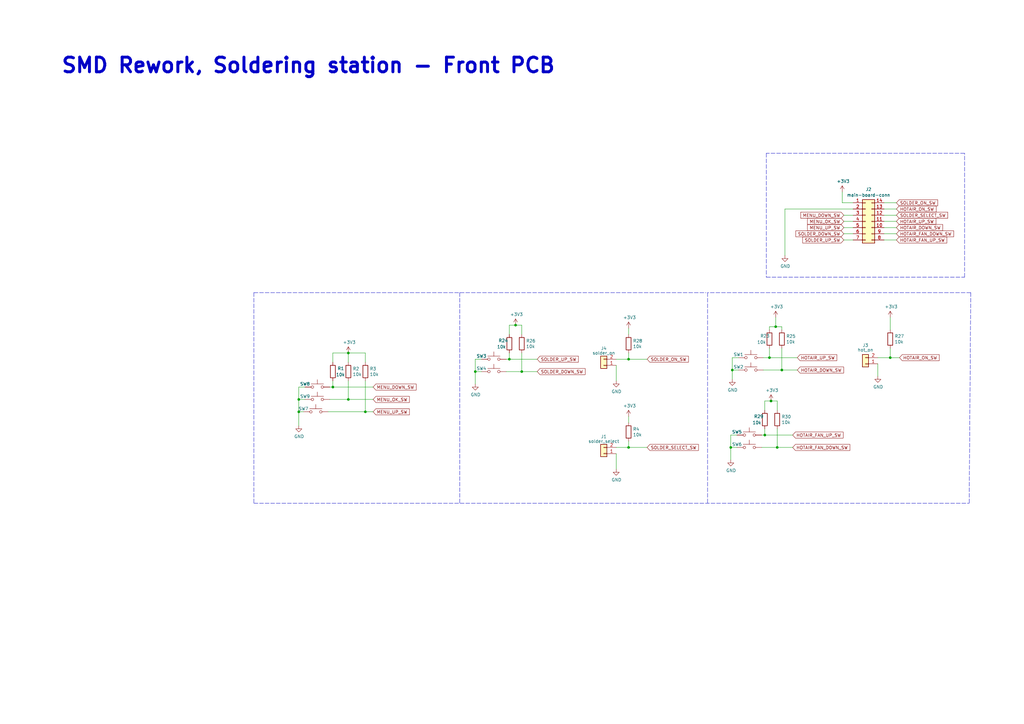
<source format=kicad_sch>
(kicad_sch (version 20211123) (generator eeschema)
  (paper "A3")
  (lib_symbols
    (symbol "Connector_Generic:Conn_01x02" (pin_names (offset 1.016) hide)
      (property "Reference" "J" (at 0 2.54 0))
      (property "Value" "Conn_01x02" (at 0 -5.08 0))
      (symbol "Conn_01x02_1_1"
        (rectangle (start -1.27 -2.413) (end 0 -2.667) (stroke (width 0.1524)))
        (rectangle (start -1.27 0.127) (end 0 -0.127) (stroke (width 0.1524)))
        (rectangle (start -1.27 1.27) (end 1.27 -3.81) (stroke (width 0.254)) (fill (type background)))
        (pin passive line (at -5.08 0 0) (length 3.81) (name "Pin_1") (number "1"))
        (pin passive line (at -5.08 -2.54 0) (length 3.81) (name "Pin_2") (number "2"))
      )
    )
    (symbol "Connector_Generic:Conn_02x07_Counter_Clockwise" (pin_names (offset 1.016) hide)
      (property "Reference" "J" (at 1.27 10.16 0))
      (property "Value" "Conn_02x07_Counter_Clockwise" (at 1.27 -10.16 0))
      (symbol "Conn_02x07_Counter_Clockwise_1_1"
        (rectangle (start -1.27 -7.493) (end 0 -7.747) (stroke (width 0.1524)))
        (rectangle (start -1.27 -4.953) (end 0 -5.207) (stroke (width 0.1524)))
        (rectangle (start -1.27 -2.413) (end 0 -2.667) (stroke (width 0.1524)))
        (rectangle (start -1.27 0.127) (end 0 -0.127) (stroke (width 0.1524)))
        (rectangle (start -1.27 2.667) (end 0 2.413) (stroke (width 0.1524)))
        (rectangle (start -1.27 5.207) (end 0 4.953) (stroke (width 0.1524)))
        (rectangle (start -1.27 7.747) (end 0 7.493) (stroke (width 0.1524)))
        (rectangle (start -1.27 8.89) (end 3.81 -8.89) (stroke (width 0.254)) (fill (type background)))
        (rectangle (start 3.81 -7.493) (end 2.54 -7.747) (stroke (width 0.1524)))
        (rectangle (start 3.81 -4.953) (end 2.54 -5.207) (stroke (width 0.1524)))
        (rectangle (start 3.81 -2.413) (end 2.54 -2.667) (stroke (width 0.1524)))
        (rectangle (start 3.81 0.127) (end 2.54 -0.127) (stroke (width 0.1524)))
        (rectangle (start 3.81 2.667) (end 2.54 2.413) (stroke (width 0.1524)))
        (rectangle (start 3.81 5.207) (end 2.54 4.953) (stroke (width 0.1524)))
        (rectangle (start 3.81 7.747) (end 2.54 7.493) (stroke (width 0.1524)))
        (pin passive line (at -5.08 7.62 0) (length 3.81) (name "Pin_1") (number "1"))
        (pin passive line (at 7.62 -2.54 180) (length 3.81) (name "Pin_10") (number "10"))
        (pin passive line (at 7.62 0 180) (length 3.81) (name "Pin_11") (number "11"))
        (pin passive line (at 7.62 2.54 180) (length 3.81) (name "Pin_12") (number "12"))
        (pin passive line (at 7.62 5.08 180) (length 3.81) (name "Pin_13") (number "13"))
        (pin passive line (at 7.62 7.62 180) (length 3.81) (name "Pin_14") (number "14"))
        (pin passive line (at -5.08 5.08 0) (length 3.81) (name "Pin_2") (number "2"))
        (pin passive line (at -5.08 2.54 0) (length 3.81) (name "Pin_3") (number "3"))
        (pin passive line (at -5.08 0 0) (length 3.81) (name "Pin_4") (number "4"))
        (pin passive line (at -5.08 -2.54 0) (length 3.81) (name "Pin_5") (number "5"))
        (pin passive line (at -5.08 -5.08 0) (length 3.81) (name "Pin_6") (number "6"))
        (pin passive line (at -5.08 -7.62 0) (length 3.81) (name "Pin_7") (number "7"))
        (pin passive line (at 7.62 -7.62 180) (length 3.81) (name "Pin_8") (number "8"))
        (pin passive line (at 7.62 -5.08 180) (length 3.81) (name "Pin_9") (number "9"))
      )
    )
    (symbol "Device:R" (pin_numbers hide) (pin_names (offset 0))
      (property "Reference" "R" (at 2.032 0 90))
      (property "Value" "R" (at 0 0 90))
      (symbol "R_0_1"
        (rectangle (start -1.016 -2.54) (end 1.016 2.54) (stroke (width 0.254)))
      )
      (symbol "R_1_1"
        (pin passive line (at 0 3.81 270) (length 1.27) (name "~") (number "1"))
        (pin passive line (at 0 -3.81 90) (length 1.27) (name "~") (number "2"))
      )
    )
    (symbol "Switch:SW_Push" (pin_numbers hide) (pin_names (offset 1.016) hide)
      (property "Reference" "SW" (at 1.27 2.54 0))
      (property "Value" "SW_Push" (at 0 -1.524 0))
      (symbol "SW_Push_0_1"
        (circle (center -2.032 0) (radius 0.508))
        (polyline (pts (xy 0 1.27) (xy 0 3.048)))
        (polyline (pts (xy 2.54 1.27) (xy -2.54 1.27)))
        (circle (center 2.032 0) (radius 0.508))
        (pin passive line (at -5.08 0 0) (length 2.54) (name "1") (number "1"))
        (pin passive line (at 5.08 0 180) (length 2.54) (name "2") (number "2"))
      )
    )
    (symbol "power:+3.3V" (power) (pin_names (offset 0))
      (property "Value" "+3.3V" (at 0 3.556 0))
      (symbol "+3.3V_0_1"
        (polyline (pts (xy -0.762 1.27) (xy 0 2.54)))
        (polyline (pts (xy 0 0) (xy 0 2.54)))
        (polyline (pts (xy 0 2.54) (xy 0.762 1.27)))
      )
      (symbol "+3.3V_1_1"
        (pin power_in line (at 0 0 90) (length 0) hide (name "+3V3") (number "1"))
      )
    )
    (symbol "power:GND" (power) (pin_names (offset 0))
      (property "Value" "GND" (at 0 -3.81 0))
      (symbol "GND_0_1"
        (polyline (pts (xy 0 0) (xy 0 -1.27) (xy 1.27 -1.27) (xy 0 -2.54) (xy -1.27 -1.27) (xy 0 -1.27)))
      )
      (symbol "GND_1_1"
        (pin power_in line (at 0 0 270) (length 0) hide (name "GND") (number "1"))
      )
    )
  )
  (junction (at 316.23 164.465))
  (junction (at 142.875 144.78))
  (junction (at 313.69 178.435))
  (junction (at 213.995 152.4))
  (junction (at 211.455 133.35))
  (junction (at 194.945 152.4))
  (junction (at 149.86 168.91))
  (junction (at 122.555 163.83))
  (junction (at 208.915 147.32))
  (junction (at 318.135 133.985))
  (junction (at 122.555 168.91))
  (junction (at 365.125 146.685))
  (junction (at 318.77 183.515))
  (junction (at 142.875 163.83))
  (junction (at 320.675 151.765))
  (junction (at 299.72 183.515))
  (junction (at 315.595 146.685))
  (junction (at 257.81 147.32))
  (junction (at 257.81 183.515))
  (junction (at 300.355 151.765))
  (junction (at 136.525 158.75))
  (wire (pts (xy 320.675 151.765) (xy 320.675 142.875)))
  (wire (pts (xy 153.035 163.83) (xy 142.875 163.83)))
  (polyline (pts (xy 398.145 120.015) (xy 397.51 206.375)))
  (wire (pts (xy 320.675 151.765) (xy 327.025 151.765)))
  (wire (pts (xy 345.44 78.74) (xy 345.44 83.185)))
  (wire (pts (xy 149.86 168.91) (xy 134.62 168.91)))
  (wire (pts (xy 312.42 178.435) (xy 313.69 178.435)))
  (wire (pts (xy 257.81 137.16) (xy 257.81 134.62)))
  (wire (pts (xy 213.995 133.35) (xy 213.995 137.16)))
  (wire (pts (xy 208.915 133.35) (xy 211.455 133.35)))
  (wire (pts (xy 122.555 163.83) (xy 122.555 168.91)))
  (polyline (pts (xy 188.595 120.015) (xy 188.595 206.375)))
  (wire (pts (xy 135.255 163.83) (xy 142.875 163.83)))
  (wire (pts (xy 367.665 85.725) (xy 362.585 85.725)))
  (wire (pts (xy 349.885 88.265) (xy 346.075 88.265)))
  (wire (pts (xy 346.075 90.805) (xy 349.885 90.805)))
  (wire (pts (xy 302.26 178.435) (xy 299.72 178.435)))
  (wire (pts (xy 257.81 173.355) (xy 257.81 170.815)))
  (wire (pts (xy 252.73 156.21) (xy 252.73 149.86)))
  (wire (pts (xy 211.455 133.35) (xy 213.995 133.35)))
  (wire (pts (xy 208.915 137.16) (xy 208.915 133.35)))
  (wire (pts (xy 365.125 130.175) (xy 365.125 135.255)))
  (wire (pts (xy 302.895 146.685) (xy 300.355 146.685)))
  (wire (pts (xy 213.995 152.4) (xy 213.995 144.78)))
  (wire (pts (xy 316.23 164.465) (xy 318.77 164.465)))
  (wire (pts (xy 313.055 146.685) (xy 315.595 146.685)))
  (wire (pts (xy 367.665 88.265) (xy 362.585 88.265)))
  (wire (pts (xy 142.875 163.83) (xy 142.875 156.21)))
  (wire (pts (xy 367.665 93.345) (xy 362.585 93.345)))
  (wire (pts (xy 122.555 158.75) (xy 122.555 163.83)))
  (wire (pts (xy 320.675 135.255) (xy 320.675 133.985)))
  (wire (pts (xy 125.095 158.75) (xy 122.555 158.75)))
  (polyline (pts (xy 395.605 62.865) (xy 314.325 62.865)))
  (wire (pts (xy 299.72 178.435) (xy 299.72 183.515)))
  (wire (pts (xy 122.555 168.91) (xy 122.555 174.625)))
  (wire (pts (xy 153.035 158.75) (xy 136.525 158.75)))
  (wire (pts (xy 313.69 168.275) (xy 313.69 164.465)))
  (wire (pts (xy 149.86 156.21) (xy 149.86 168.91)))
  (wire (pts (xy 313.055 151.765) (xy 320.675 151.765)))
  (wire (pts (xy 136.525 158.75) (xy 136.525 156.21)))
  (wire (pts (xy 318.77 164.465) (xy 318.77 168.275)))
  (wire (pts (xy 125.095 163.83) (xy 122.555 163.83)))
  (polyline (pts (xy 172.72 365.125) (xy 171.45 365.125)))
  (wire (pts (xy 318.135 130.175) (xy 318.135 133.985)))
  (wire (pts (xy 349.885 83.185) (xy 345.44 83.185)))
  (wire (pts (xy 197.485 147.32) (xy 194.945 147.32)))
  (wire (pts (xy 362.585 98.425) (xy 367.665 98.425)))
  (wire (pts (xy 197.485 152.4) (xy 194.945 152.4)))
  (wire (pts (xy 136.525 148.59) (xy 136.525 144.78)))
  (wire (pts (xy 313.69 178.435) (xy 313.69 175.895)))
  (wire (pts (xy 318.77 183.515) (xy 318.77 175.895)))
  (wire (pts (xy 149.86 148.59) (xy 149.86 144.78)))
  (wire (pts (xy 124.46 168.91) (xy 122.555 168.91)))
  (wire (pts (xy 346.075 98.425) (xy 349.885 98.425)))
  (wire (pts (xy 257.81 183.515) (xy 265.43 183.515)))
  (wire (pts (xy 360.045 154.305) (xy 360.045 149.225)))
  (wire (pts (xy 302.26 183.515) (xy 299.72 183.515)))
  (wire (pts (xy 367.665 83.185) (xy 362.585 83.185)))
  (wire (pts (xy 312.42 183.515) (xy 318.77 183.515)))
  (wire (pts (xy 325.12 183.515) (xy 318.77 183.515)))
  (wire (pts (xy 365.125 146.685) (xy 365.125 142.875)))
  (wire (pts (xy 302.895 151.765) (xy 300.355 151.765)))
  (wire (pts (xy 315.595 133.985) (xy 315.595 135.255)))
  (wire (pts (xy 362.585 95.885) (xy 367.665 95.885)))
  (polyline (pts (xy 314.325 62.865) (xy 314.325 113.665)))
  (wire (pts (xy 368.935 146.685) (xy 365.125 146.685)))
  (wire (pts (xy 149.86 144.78) (xy 142.875 144.78)))
  (wire (pts (xy 315.595 146.685) (xy 315.595 142.875)))
  (wire (pts (xy 367.665 90.805) (xy 362.585 90.805)))
  (wire (pts (xy 257.81 147.32) (xy 265.43 147.32)))
  (polyline (pts (xy 290.195 120.015) (xy 290.195 206.375)))
  (wire (pts (xy 299.72 183.515) (xy 299.72 188.595)))
  (wire (pts (xy 300.355 155.575) (xy 300.355 151.765)))
  (wire (pts (xy 220.345 152.4) (xy 213.995 152.4)))
  (wire (pts (xy 208.915 147.32) (xy 208.915 144.78)))
  (polyline (pts (xy 398.145 120.015) (xy 290.195 120.015)))
  (wire (pts (xy 220.345 147.32) (xy 208.915 147.32)))
  (polyline (pts (xy 314.325 113.665) (xy 395.605 113.665)))
  (wire (pts (xy 318.135 133.985) (xy 315.595 133.985)))
  (wire (pts (xy 300.355 146.685) (xy 300.355 151.765)))
  (wire (pts (xy 257.81 147.32) (xy 257.81 144.78)))
  (wire (pts (xy 320.675 133.985) (xy 318.135 133.985)))
  (wire (pts (xy 149.86 168.91) (xy 153.035 168.91)))
  (wire (pts (xy 252.73 147.32) (xy 257.81 147.32)))
  (wire (pts (xy 349.885 85.725) (xy 321.945 85.725)))
  (wire (pts (xy 135.255 158.75) (xy 136.525 158.75)))
  (wire (pts (xy 313.69 164.465) (xy 316.23 164.465)))
  (wire (pts (xy 360.045 146.685) (xy 365.125 146.685)))
  (polyline (pts (xy 104.14 120.015) (xy 289.56 120.015)))
  (polyline (pts (xy 104.14 120.015) (xy 104.14 206.375)))
  (wire (pts (xy 315.595 146.685) (xy 327.025 146.685)))
  (wire (pts (xy 194.945 147.32) (xy 194.945 152.4)))
  (polyline (pts (xy 104.14 206.375) (xy 397.51 206.375)))
  (wire (pts (xy 252.73 192.405) (xy 252.73 186.055)))
  (wire (pts (xy 252.73 183.515) (xy 257.81 183.515)))
  (wire (pts (xy 142.875 144.78) (xy 142.875 148.59)))
  (wire (pts (xy 194.945 152.4) (xy 194.945 157.48)))
  (wire (pts (xy 207.645 152.4) (xy 213.995 152.4)))
  (wire (pts (xy 257.81 183.515) (xy 257.81 180.975)))
  (wire (pts (xy 136.525 144.78) (xy 142.875 144.78)))
  (wire (pts (xy 325.12 178.435) (xy 313.69 178.435)))
  (wire (pts (xy 207.645 147.32) (xy 208.915 147.32)))
  (wire (pts (xy 321.945 85.725) (xy 321.945 104.775)))
  (polyline (pts (xy 395.605 113.665) (xy 395.605 62.865)))
  (wire (pts (xy 349.885 93.345) (xy 346.075 93.345)))
  (wire (pts (xy 349.885 95.885) (xy 346.075 95.885)))
  (text "SMD Rework, Soldering station - Front PCB" (at 24.765 30.48 0) (effects (font (size 5.9944 5.9944) (thickness 1.1989) bold) (justify left bottom)))
  (global_label "SOLDER_UP_SW" (shape input) (at 220.345 147.32 0) (property "Intersheet References" "${INTERSHEET_REFS}" (effects hide)))
  (global_label "HOTAIR_FAN_DOWN_SW" (shape input) (at 325.12 183.515 0) (property "Intersheet References" "${INTERSHEET_REFS}" (effects hide)))
  (global_label "HOTAIR_FAN_DOWN_SW" (shape input) (at 367.665 95.885 0) (property "Intersheet References" "${INTERSHEET_REFS}" (effects hide)))
  (global_label "MENU_DOWN_SW" (shape input) (at 153.035 158.75 0) (property "Intersheet References" "${INTERSHEET_REFS}" (effects hide)))
  (global_label "HOTAIR_UP_SW" (shape input) (at 327.025 146.685 0) (property "Intersheet References" "${INTERSHEET_REFS}" (effects hide)))
  (global_label "SOLDER_ON_SW" (shape input) (at 367.665 83.185 0) (property "Intersheet References" "${INTERSHEET_REFS}" (effects hide)))
  (global_label "HOTAIR_ON_SW" (shape input) (at 367.665 85.725 0) (property "Intersheet References" "${INTERSHEET_REFS}" (effects hide)))
  (global_label "SOLDER_UP_SW" (shape input) (at 346.075 98.425 180) (property "Intersheet References" "${INTERSHEET_REFS}" (effects hide)))
  (global_label "HOTAIR_DOWN_SW" (shape input) (at 367.665 93.345 0) (property "Intersheet References" "${INTERSHEET_REFS}" (effects hide)))
  (global_label "MENU_OK_SW" (shape input) (at 153.035 163.83 0) (property "Intersheet References" "${INTERSHEET_REFS}" (effects hide)))
  (global_label "SOLDER_DOWN_SW" (shape input) (at 220.345 152.4 0) (property "Intersheet References" "${INTERSHEET_REFS}" (effects hide)))
  (global_label "SOLDER_DOWN_SW" (shape input) (at 346.075 95.885 180) (property "Intersheet References" "${INTERSHEET_REFS}" (effects hide)))
  (global_label "HOTAIR_FAN_UP_SW" (shape input) (at 325.12 178.435 0) (property "Intersheet References" "${INTERSHEET_REFS}" (effects hide)))
  (global_label "HOTAIR_DOWN_SW" (shape input) (at 327.025 151.765 0) (property "Intersheet References" "${INTERSHEET_REFS}" (effects hide)))
  (global_label "HOTAIR_UP_SW" (shape input) (at 367.665 90.805 0) (property "Intersheet References" "${INTERSHEET_REFS}" (effects hide)))
  (global_label "MENU_OK_SW" (shape input) (at 346.075 90.805 180) (property "Intersheet References" "${INTERSHEET_REFS}" (effects hide)))
  (global_label "HOTAIR_ON_SW" (shape input) (at 368.935 146.685 0) (property "Intersheet References" "${INTERSHEET_REFS}" (effects hide)))
  (global_label "HOTAIR_FAN_UP_SW" (shape input) (at 367.665 98.425 0) (property "Intersheet References" "${INTERSHEET_REFS}" (effects hide)))
  (global_label "MENU_UP_SW" (shape input) (at 346.075 93.345 180) (property "Intersheet References" "${INTERSHEET_REFS}" (effects hide)))
  (global_label "SOLDER_SELECT_SW" (shape input) (at 367.665 88.265 0) (property "Intersheet References" "${INTERSHEET_REFS}" (effects hide)))
  (global_label "SOLDER_ON_SW" (shape input) (at 265.43 147.32 0) (property "Intersheet References" "${INTERSHEET_REFS}" (effects hide)))
  (global_label "SOLDER_SELECT_SW" (shape input) (at 265.43 183.515 0) (property "Intersheet References" "${INTERSHEET_REFS}" (effects hide)))
  (global_label "MENU_DOWN_SW" (shape input) (at 346.075 88.265 180) (property "Intersheet References" "${INTERSHEET_REFS}" (effects hide)))
  (global_label "MENU_UP_SW" (shape input) (at 153.035 168.91 0) (property "Intersheet References" "${INTERSHEET_REFS}" (effects hide)))
  (symbol (lib_id "Switch:SW_Push") (at 307.975 146.685 0) (unit 1)
    (property "Reference" "SW1" (at 302.895 145.415 0))
    (property "Value" "HOTAIR_UP" (effects hide))
    (property "Footprint" "Switches:TACTILE_SWITCH_PTH_12MM" (effects hide))
  )
  (symbol (lib_id "Switch:SW_Push") (at 307.975 151.765 0) (unit 1)
    (property "Reference" "SW2" (at 302.895 150.495 0))
    (property "Value" "HOTAIR_DOWN" (effects hide))
    (property "Footprint" "Switches:TACTILE_SWITCH_PTH_12MM" (effects hide))
  )
  (symbol (lib_id "Switch:SW_Push") (at 202.565 147.32 0) (unit 1)
    (property "Reference" "SW3" (at 197.485 146.05 0))
    (property "Value" "SIRON_UP" (effects hide))
    (property "Footprint" "Switches:TACTILE_SWITCH_PTH_12MM" (effects hide))
  )
  (symbol (lib_id "Switch:SW_Push") (at 202.565 152.4 0) (unit 1)
    (property "Reference" "SW4" (at 197.485 151.13 0))
    (property "Value" "SIRON_DOWN" (effects hide))
    (property "Footprint" "Switches:TACTILE_SWITCH_PTH_12MM" (effects hide))
  )
  (symbol (lib_id "power:GND") (at 194.945 157.48 0) (unit 1)
    (property "Reference" "#PWR0101" (effects hide))
    (property "Value" "GND" (at 195.072 161.8742 0))
  )
  (symbol (lib_id "Connector_Generic:Conn_01x02") (at 247.65 149.86 180) (unit 1)
    (property "Reference" "J4" (at 247.65 142.875 0))
    (property "Value" "solder_on" (at 247.65 144.78 0))
    (property "Footprint" "Connector_PinHeader_2.54mm:PinHeader_1x02_P2.54mm_Vertical" (effects hide))
  )
  (symbol (lib_id "Connector_Generic:Conn_01x02") (at 354.965 149.225 180) (unit 1)
    (property "Reference" "J3" (at 354.965 141.605 0))
    (property "Value" "hot_on" (at 354.965 143.51 0))
    (property "Footprint" "Connector_PinHeader_2.54mm:PinHeader_1x02_P2.54mm_Vertical" (effects hide))
  )
  (symbol (lib_id "power:GND") (at 360.045 154.305 0) (unit 1)
    (property "Reference" "#PWR0102" (effects hide))
    (property "Value" "GND" (at 360.172 158.6992 0))
  )
  (symbol (lib_id "power:GND") (at 252.73 156.21 0) (unit 1)
    (property "Reference" "#PWR0103" (effects hide))
    (property "Value" "GND" (at 252.857 160.6042 0))
  )
  (symbol (lib_id "Device:R") (at 315.595 139.065 180) (unit 1)
    (property "Reference" "R23" (at 311.785 137.795 0) (effects (justify right)))
    (property "Value" "10k" (at 310.515 140.335 0) (effects (justify right)))
    (property "Footprint" "Capacitors:0805" (effects hide))
  )
  (symbol (lib_id "Device:R") (at 320.675 139.065 180) (unit 1)
    (property "Reference" "R25" (at 322.453 137.8966 0) (effects (justify right)))
    (property "Value" "10k" (at 322.453 140.208 0) (effects (justify right)))
    (property "Footprint" "Capacitors:0805" (effects hide))
  )
  (symbol (lib_id "Device:R") (at 208.915 140.97 180) (unit 1)
    (property "Reference" "R24" (at 204.47 139.7 0) (effects (justify right)))
    (property "Value" "10k" (at 203.835 142.24 0) (effects (justify right)))
    (property "Footprint" "Capacitors:0805" (effects hide))
  )
  (symbol (lib_id "Device:R") (at 213.995 140.97 180) (unit 1)
    (property "Reference" "R26" (at 215.773 139.8016 0) (effects (justify right)))
    (property "Value" "10k" (at 215.773 142.113 0) (effects (justify right)))
    (property "Footprint" "Capacitors:0805" (effects hide))
  )
  (symbol (lib_id "Device:R") (at 365.125 139.065 180) (unit 1)
    (property "Reference" "R27" (at 366.903 137.8966 0) (effects (justify right)))
    (property "Value" "10k" (at 366.903 140.208 0) (effects (justify right)))
    (property "Footprint" "Capacitors:0805" (effects hide))
  )
  (symbol (lib_id "Device:R") (at 257.81 140.97 180) (unit 1)
    (property "Reference" "R28" (at 259.588 139.8016 0) (effects (justify right)))
    (property "Value" "10k" (at 259.588 142.113 0) (effects (justify right)))
    (property "Footprint" "Capacitors:0805" (effects hide))
  )
  (symbol (lib_id "power:GND") (at 300.355 155.575 0) (unit 1)
    (property "Reference" "#PWR0104" (effects hide))
    (property "Value" "GND" (at 300.482 159.9692 0))
  )
  (symbol (lib_id "power:+3.3V") (at 318.135 130.175 0) (unit 1)
    (property "Reference" "#PWR0105" (effects hide))
    (property "Value" "+3.3V" (at 318.516 125.7808 0))
  )
  (symbol (lib_id "power:+3.3V") (at 365.125 130.175 0) (unit 1)
    (property "Reference" "#PWR0106" (effects hide))
    (property "Value" "+3.3V" (at 365.506 125.7808 0))
  )
  (symbol (lib_id "power:+3.3V") (at 257.81 134.62 0) (unit 1)
    (property "Reference" "#PWR0107" (effects hide))
    (property "Value" "+3.3V" (at 258.191 130.2258 0))
  )
  (symbol (lib_id "power:+3.3V") (at 211.455 133.35 0) (unit 1)
    (property "Reference" "#PWR0108" (effects hide))
    (property "Value" "+3.3V" (at 211.836 128.9558 0))
  )
  (symbol (lib_id "Connector_Generic:Conn_02x07_Counter_Clockwise") (at 354.965 90.805 0) (unit 1)
    (property "Reference" "J2" (at 356.235 77.6732 0))
    (property "Value" "main-board-conn" (at 356.235 80.01 0))
    (property "Footprint" "My-Footprints:Con-01x14" (effects hide))
  )
  (symbol (lib_id "power:+3.3V") (at 345.44 78.74 0) (unit 1)
    (property "Reference" "#PWR0115" (effects hide))
    (property "Value" "+3.3V" (at 345.821 74.3458 0))
  )
  (symbol (lib_id "Switch:SW_Push") (at 307.34 178.435 0) (unit 1)
    (property "Reference" "SW5" (at 302.26 177.165 0))
    (property "Value" "SIRON_UP" (effects hide))
    (property "Footprint" "Switches:TACTILE_SWITCH_PTH_12MM" (effects hide))
  )
  (symbol (lib_id "Switch:SW_Push") (at 307.34 183.515 0) (unit 1)
    (property "Reference" "SW6" (at 302.26 182.245 0))
    (property "Value" "SIRON_DOWN" (effects hide))
    (property "Footprint" "Switches:TACTILE_SWITCH_PTH_12MM" (effects hide))
  )
  (symbol (lib_id "power:GND") (at 299.72 188.595 0) (unit 1)
    (property "Reference" "#PWR0117" (effects hide))
    (property "Value" "GND" (at 299.847 192.9892 0))
  )
  (symbol (lib_id "Device:R") (at 313.69 172.085 180) (unit 1)
    (property "Reference" "R29" (at 309.245 170.815 0) (effects (justify right)))
    (property "Value" "10k" (at 308.61 173.355 0) (effects (justify right)))
    (property "Footprint" "Capacitors:0805" (effects hide))
  )
  (symbol (lib_id "Device:R") (at 318.77 172.085 180) (unit 1)
    (property "Reference" "R30" (at 320.548 170.9166 0) (effects (justify right)))
    (property "Value" "10k" (at 320.548 173.228 0) (effects (justify right)))
    (property "Footprint" "Capacitors:0805" (effects hide))
  )
  (symbol (lib_id "power:+3.3V") (at 316.23 164.465 0) (unit 1)
    (property "Reference" "#PWR0118" (effects hide))
    (property "Value" "+3.3V" (at 316.611 160.0708 0))
  )
  (symbol (lib_id "power:GND") (at 321.945 104.775 0) (unit 1)
    (property "Reference" "#PWR0114" (effects hide))
    (property "Value" "GND" (at 322.072 109.1692 0))
  )
  (symbol (lib_id "power:+3.3V") (at 142.875 144.78 0) (unit 1)
    (property "Reference" "#PWR0111" (effects hide))
    (property "Value" "+3.3V" (at 143.256 140.3858 0))
  )
  (symbol (lib_id "Device:R") (at 142.875 152.4 180) (unit 1)
    (property "Reference" "R2" (at 144.653 151.2316 0) (effects (justify right)))
    (property "Value" "10k" (at 144.653 153.543 0) (effects (justify right)))
    (property "Footprint" "Capacitors:0805" (effects hide))
  )
  (symbol (lib_id "Device:R") (at 136.525 152.4 180) (unit 1)
    (property "Reference" "R1" (at 138.43 151.13 0) (effects (justify right)))
    (property "Value" "10k" (at 137.795 153.67 0) (effects (justify right)))
    (property "Footprint" "Capacitors:0805" (effects hide))
  )
  (symbol (lib_id "power:GND") (at 122.555 174.625 0) (unit 1)
    (property "Reference" "#PWR0112" (effects hide))
    (property "Value" "GND" (at 122.682 179.0192 0))
  )
  (symbol (lib_id "Switch:SW_Push") (at 130.175 163.83 0) (unit 1)
    (property "Reference" "SW9" (at 125.095 162.56 0))
    (property "Value" "SIRON_DOWN" (effects hide))
    (property "Footprint" "Switches:TACTILE_SWITCH_PTH_12MM" (effects hide))
  )
  (symbol (lib_id "Switch:SW_Push") (at 130.175 158.75 0) (unit 1)
    (property "Reference" "SW8" (at 125.095 157.48 0))
    (property "Value" "SIRON_UP" (effects hide))
    (property "Footprint" "Switches:TACTILE_SWITCH_PTH_12MM" (effects hide))
  )
  (symbol (lib_id "Device:R") (at 149.86 152.4 180) (unit 1)
    (property "Reference" "R3" (at 151.638 151.2316 0) (effects (justify right)))
    (property "Value" "10k" (at 151.638 153.543 0) (effects (justify right)))
    (property "Footprint" "Capacitors:0805" (effects hide))
  )
  (symbol (lib_id "Switch:SW_Push") (at 129.54 168.91 0) (unit 1)
    (property "Reference" "SW7" (at 124.46 167.64 0))
    (property "Value" "SIRON_DOWN" (effects hide))
    (property "Footprint" "Switches:TACTILE_SWITCH_PTH_12MM" (effects hide))
  )
  (symbol (lib_id "power:+3.3V") (at 257.81 170.815 0) (unit 1)
    (property "Reference" "#PWR0110" (effects hide))
    (property "Value" "+3.3V" (at 258.191 166.4208 0))
  )
  (symbol (lib_id "Device:R") (at 257.81 177.165 180) (unit 1)
    (property "Reference" "R4" (at 259.588 175.9966 0) (effects (justify right)))
    (property "Value" "10k" (at 259.588 178.308 0) (effects (justify right)))
    (property "Footprint" "Capacitors:0805" (effects hide))
  )
  (symbol (lib_id "power:GND") (at 252.73 192.405 0) (unit 1)
    (property "Reference" "#PWR0109" (effects hide))
    (property "Value" "GND" (at 252.857 196.7992 0))
  )
  (symbol (lib_id "Connector_Generic:Conn_01x02") (at 247.65 186.055 180) (unit 1)
    (property "Reference" "J1" (at 247.65 179.07 0))
    (property "Value" "solder_select" (at 247.65 180.975 0))
    (property "Footprint" "Connector_PinHeader_2.54mm:PinHeader_1x02_P2.54mm_Vertical" (effects hide))
  )
)
</source>
